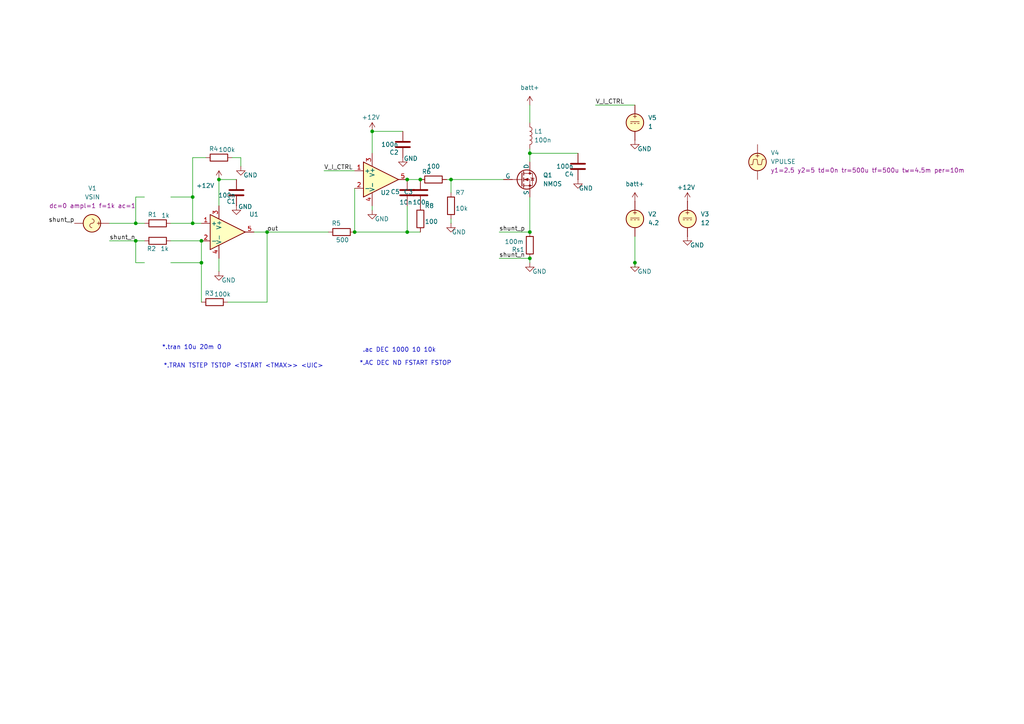
<source format=kicad_sch>
(kicad_sch (version 20250114) (generator "eeschema") (generator_version "9.0")
  (paper "A4")
  (lib_symbols
    (symbol "Device:C" (pin_numbers (hide yes)) (pin_names (offset 0.254))
      (property "Reference" "C" (at 0.635 2.54 0))
      (property "Value" "C" (at 0.635 -2.54 0))
      (symbol "C_0_1"
        (polyline (pts (xy -2.032 0.762) (xy 2.032 0.762)) (stroke (width 0.508)))
        (polyline (pts (xy -2.032 -0.762) (xy 2.032 -0.762)) (stroke (width 0.508)))
      )
      (symbol "C_1_1"
        (pin passive line (at 0 3.81 270) (length 2.794) (name "~") (number "1"))
        (pin passive line (at 0 -3.81 90) (length 2.794) (name "~") (number "2"))
      )
    )
    (symbol "Device:L" (pin_numbers (hide yes)) (pin_names (offset 1.016) (hide yes))
      (property "Reference" "L" (at -1.27 0 90))
      (property "Value" "L" (at 1.905 0 90))
      (symbol "L_0_1"
        (arc (start 0 2.54) (mid 0.6323 1.905) (end 0 1.27))
        (arc (start 0 1.27) (mid 0.6323 0.635) (end 0 0))
        (arc (start 0 0) (mid 0.6323 -0.635) (end 0 -1.27))
        (arc (start 0 -1.27) (mid 0.6323 -1.905) (end 0 -2.54))
      )
      (symbol "L_1_1"
        (pin passive line (at 0 3.81 270) (length 1.27) (name "1") (number "1"))
        (pin passive line (at 0 -3.81 90) (length 1.27) (name "2") (number "2"))
      )
    )
    (symbol "Device:R" (pin_numbers (hide yes)) (pin_names (offset 0))
      (property "Reference" "R" (at 2.032 0 90))
      (property "Value" "R" (at 0 0 90))
      (symbol "R_0_1"
        (rectangle (start -1.016 -2.54) (end 1.016 2.54) (stroke (width 0.254)))
      )
      (symbol "R_1_1"
        (pin passive line (at 0 3.81 270) (length 1.27) (name "~") (number "1"))
        (pin passive line (at 0 -3.81 90) (length 1.27) (name "~") (number "2"))
      )
    )
    (symbol "Simulation_SPICE:NMOS" (pin_numbers (hide yes)) (pin_names (offset 0))
      (property "Reference" "Q" (at 5.08 1.27 0))
      (property "Value" "NMOS" (at 5.08 -1.27 0))
      (symbol "NMOS_0_1"
        (polyline (pts (xy 0.254 1.905) (xy 0.254 -1.905)) (stroke (width 0.254)))
        (polyline (pts (xy 0.254 0) (xy -2.54 0)))
        (polyline (pts (xy 0.762 2.286) (xy 0.762 1.27)) (stroke (width 0.254)))
        (polyline (pts (xy 0.762 0.508) (xy 0.762 -0.508)) (stroke (width 0.254)))
        (polyline (pts (xy 0.762 -1.27) (xy 0.762 -2.286)) (stroke (width 0.254)))
        (polyline (pts (xy 0.762 -1.778) (xy 3.302 -1.778) (xy 3.302 1.778) (xy 0.762 1.778)))
        (polyline (pts (xy 1.016 0) (xy 2.032 0.381) (xy 2.032 -0.381) (xy 1.016 0)) (fill (type outline)))
        (circle (center 1.651 0) (radius 2.794) (stroke (width 0.254)))
        (polyline (pts (xy 2.54 2.54) (xy 2.54 1.778)))
        (circle (center 2.54 1.778) (radius 0.254) (fill (type outline)))
        (circle (center 2.54 -1.778) (radius 0.254) (fill (type outline)))
        (polyline (pts (xy 2.54 -2.54) (xy 2.54 0) (xy 0.762 0)))
        (polyline (pts (xy 2.794 0.508) (xy 2.921 0.381) (xy 3.683 0.381) (xy 3.81 0.254)))
        (polyline (pts (xy 3.302 0.381) (xy 2.921 -0.254) (xy 3.683 -0.254) (xy 3.302 0.381)))
      )
      (symbol "NMOS_1_1"
        (pin input line (at -5.08 0 0) (length 2.54) (name "G") (number "2"))
        (pin passive line (at 2.54 5.08 270) (length 2.54) (name "D") (number "1"))
        (pin passive line (at 2.54 -5.08 90) (length 2.54) (name "S") (number "3"))
      )
    )
    (symbol "Simulation_SPICE:OPAMP" (pin_names (offset 0.254))
      (property "Reference" "U" (at 3.81 3.175 0))
      (property "Value" "${SIM.PARAMS}" (at 3.81 -3.175 0))
      (symbol "OPAMP_0_1"
        (polyline (pts (xy 5.08 0) (xy -5.08 5.08) (xy -5.08 -5.08) (xy 5.08 0)) (stroke (width 0.254)) (fill (type background)))
      )
      (symbol "OPAMP_1_1"
        (pin input line (at -7.62 2.54 0) (length 2.54) (name "+") (number "1"))
        (pin input line (at -7.62 -2.54 0) (length 2.54) (name "-") (number "2"))
        (pin power_in line (at -2.54 7.62 270) (length 3.81) (name "V+") (number "3"))
        (pin power_in line (at -2.54 -7.62 90) (length 3.81) (name "V-") (number "4"))
        (pin output line (at 7.62 0 180) (length 2.54) (name "~") (number "5"))
      )
    )
    (symbol "Simulation_SPICE:VDC" (pin_numbers (hide yes)) (pin_names (offset 0.0254))
      (property "Reference" "V" (at 2.54 2.54 0))
      (property "Value" "1" (at 2.54 0 0))
      (symbol "VDC_0_0"
        (polyline (pts (xy -1.27 0.254) (xy 1.27 0.254)))
        (polyline (pts (xy -0.762 -0.254) (xy -1.27 -0.254)))
        (polyline (pts (xy 0.254 -0.254) (xy -0.254 -0.254)))
        (polyline (pts (xy 1.27 -0.254) (xy 0.762 -0.254)))
        (text "+" (at 0 1.905 0) (effects (font (size 1.27 1.27))))
      )
      (symbol "VDC_0_1"
        (circle (center 0 0) (radius 2.54) (stroke (width 0.254)) (fill (type background)))
      )
      (symbol "VDC_1_1"
        (pin passive line (at 0 5.08 270) (length 2.54) (name "~") (number "1"))
        (pin passive line (at 0 -5.08 90) (length 2.54) (name "~") (number "2"))
      )
    )
    (symbol "Simulation_SPICE:VPULSE" (pin_numbers (hide yes)) (pin_names (offset 0.0254))
      (property "Reference" "V" (at 2.54 2.54 0))
      (property "Value" "VPULSE" (at 2.54 0 0))
      (property "Sim.Params" "y1=0 y2=1 td=2n tr=2n tf=2n tw=50n per=100n" (at 2.54 -2.54 0))
      (symbol "VPULSE_0_0"
        (polyline (pts (xy -2.032 -0.762) (xy -1.397 -0.762) (xy -1.143 0.762) (xy -0.127 0.762) (xy 0.127 -0.762) (xy 1.143 -0.762) (xy 1.397 0.762) (xy 2.032 0.762)))
        (text "+" (at 0 1.905 0) (effects (font (size 1.27 1.27))))
      )
      (symbol "VPULSE_0_1"
        (circle (center 0 0) (radius 2.54) (stroke (width 0.254)) (fill (type background)))
      )
      (symbol "VPULSE_1_1"
        (pin passive line (at 0 5.08 270) (length 2.54) (name "~") (number "1"))
        (pin passive line (at 0 -5.08 90) (length 2.54) (name "~") (number "2"))
      )
    )
    (symbol "Simulation_SPICE:VSIN" (pin_numbers (hide yes)) (pin_names (offset 0.0254))
      (property "Reference" "V" (at 2.54 2.54 0))
      (property "Value" "VSIN" (at 2.54 0 0))
      (property "Sim.Params" "dc=0 ampl=1 f=1k ac=1" (at 2.54 -2.54 0))
      (symbol "VSIN_0_0"
        (arc (start -1.27 0) (mid -0.635 0.6323) (end 0 0))
        (arc (start 1.27 0) (mid 0.635 -0.6323) (end 0 0))
        (text "+" (at 0 1.905 0) (effects (font (size 1.27 1.27))))
      )
      (symbol "VSIN_0_1"
        (circle (center 0 0) (radius 2.54) (stroke (width 0.254)) (fill (type background)))
      )
      (symbol "VSIN_1_1"
        (pin passive line (at 0 5.08 270) (length 2.54) (name "~") (number "1"))
        (pin passive line (at 0 -5.08 90) (length 2.54) (name "~") (number "2"))
      )
    )
    (symbol "power:GND" (power) (pin_numbers (hide yes)) (pin_names (offset 0) (hide yes))
      (property "Value" "GND" (at 0 -3.81 0))
      (symbol "GND_0_1"
        (polyline (pts (xy 0 0) (xy 0 -1.27) (xy 1.27 -1.27) (xy 0 -2.54) (xy -1.27 -1.27) (xy 0 -1.27)))
      )
      (symbol "GND_1_1"
        (pin power_in line (at 0 0 270) (length 0) (name "~") (number "1"))
      )
    )
    (symbol "power:VBUS" (power) (pin_numbers (hide yes)) (pin_names (offset 0) (hide yes))
      (property "Value" "VBUS" (at 0 3.556 0))
      (symbol "VBUS_0_1"
        (polyline (pts (xy -0.762 1.27) (xy 0 2.54)))
        (polyline (pts (xy 0 2.54) (xy 0.762 1.27)))
        (polyline (pts (xy 0 0) (xy 0 2.54)))
      )
      (symbol "VBUS_1_1"
        (pin power_in line (at 0 0 90) (length 0) (name "~") (number "1"))
      )
    )
  )
  (text "*.tran 10u 20m 0" (at 55.626 100.838 0) (effects (font (size 1.27 1.27))))
  (text "*.AC DEC ND FSTART FSTOP" (at 117.602 105.41 0) (effects (font (size 1.27 1.27))))
  (text ".ac DEC 1000 10 10k" (at 115.824 101.6 0) (effects (font (size 1.27 1.27))))
  (text "*.TRAN TSTEP TSTOP <TSTART <TMAX>> <UIC>" (at 70.612 106.172 0) (effects (font (size 1.27 1.27))))
  (junction (at 130.81 52.07))
  (junction (at 102.87 67.31))
  (junction (at 153.67 67.31))
  (junction (at 58.42 69.85))
  (junction (at 118.11 67.31))
  (junction (at 63.5 52.07))
  (junction (at 55.88 64.77))
  (junction (at 153.67 74.93))
  (junction (at 107.95 38.1))
  (junction (at 55.88 57.15))
  (junction (at 118.11 52.07))
  (junction (at 77.47 67.31))
  (junction (at 184.15 76.2))
  (junction (at 153.67 44.45))
  (junction (at 58.42 76.2))
  (junction (at 39.37 69.85))
  (junction (at 121.92 52.07))
  (junction (at 39.37 64.77))
  (wire (pts (xy 153.67 57.15) (xy 153.67 67.31)))
  (wire (pts (xy 39.37 64.77) (xy 41.91 64.77)))
  (wire (pts (xy 144.78 74.93) (xy 153.67 74.93)))
  (wire (pts (xy 184.15 76.2) (xy 184.15 77.47)))
  (wire (pts (xy 130.81 64.77) (xy 130.81 63.5)))
  (wire (pts (xy 153.67 74.93) (xy 153.67 76.2)))
  (wire (pts (xy 39.37 69.85) (xy 41.91 69.85)))
  (wire (pts (xy 63.5 52.07) (xy 68.58 52.07)))
  (wire (pts (xy 55.88 45.72) (xy 59.69 45.72)))
  (wire (pts (xy 55.88 64.77) (xy 58.42 64.77)))
  (wire (pts (xy 49.53 69.85) (xy 58.42 69.85)))
  (wire (pts (xy 69.85 48.26) (xy 69.85 45.72)))
  (wire (pts (xy 107.95 38.1) (xy 116.84 38.1)))
  (wire (pts (xy 58.42 76.2) (xy 58.42 87.63)))
  (wire (pts (xy 31.75 69.85) (xy 39.37 69.85)))
  (wire (pts (xy 130.81 52.07) (xy 146.05 52.07)))
  (wire (pts (xy 118.11 59.69) (xy 118.11 67.31)))
  (wire (pts (xy 31.75 64.77) (xy 39.37 64.77)))
  (wire (pts (xy 102.87 67.31) (xy 118.11 67.31)))
  (wire (pts (xy 118.11 52.07) (xy 121.92 52.07)))
  (wire (pts (xy 77.47 67.31) (xy 95.25 67.31)))
  (wire (pts (xy 77.47 87.63) (xy 77.47 67.31)))
  (wire (pts (xy 55.88 57.15) (xy 55.88 64.77)))
  (wire (pts (xy 58.42 69.85) (xy 58.42 76.2)))
  (wire (pts (xy 66.04 87.63) (xy 77.47 87.63)))
  (wire (pts (xy 69.85 45.72) (xy 67.31 45.72)))
  (wire (pts (xy 129.54 52.07) (xy 130.81 52.07)))
  (wire (pts (xy 184.15 68.58) (xy 184.15 76.2)))
  (wire (pts (xy 153.67 43.18) (xy 153.67 44.45)))
  (wire (pts (xy 41.91 57.15) (xy 39.37 57.15)))
  (wire (pts (xy 153.67 44.45) (xy 167.64 44.45)))
  (wire (pts (xy 55.88 45.72) (xy 55.88 57.15)))
  (wire (pts (xy 107.95 59.69) (xy 107.95 60.96)))
  (wire (pts (xy 49.53 57.15) (xy 55.88 57.15)))
  (wire (pts (xy 49.53 64.77) (xy 55.88 64.77)))
  (wire (pts (xy 144.78 67.31) (xy 153.67 67.31)))
  (wire (pts (xy 130.81 55.88) (xy 130.81 52.07)))
  (wire (pts (xy 49.53 76.2) (xy 58.42 76.2)))
  (wire (pts (xy 39.37 76.2) (xy 39.37 69.85)))
  (wire (pts (xy 172.72 30.48) (xy 184.15 30.48)))
  (wire (pts (xy 63.5 52.07) (xy 63.5 59.69)))
  (wire (pts (xy 102.87 67.31) (xy 102.87 54.61)))
  (wire (pts (xy 39.37 57.15) (xy 39.37 64.77)))
  (wire (pts (xy 93.98 49.53) (xy 102.87 49.53)))
  (wire (pts (xy 153.67 44.45) (xy 153.67 46.99)))
  (wire (pts (xy 107.95 38.1) (xy 107.95 44.45)))
  (wire (pts (xy 73.66 67.31) (xy 77.47 67.31)))
  (wire (pts (xy 41.91 76.2) (xy 39.37 76.2)))
  (wire (pts (xy 63.5 74.93) (xy 63.5 78.74)))
  (wire (pts (xy 153.67 30.48) (xy 153.67 35.56)))
  (wire (pts (xy 118.11 67.31) (xy 121.92 67.31)))
  (label "shunt_n" (at 31.75 69.85 0))
  (label "shunt_n" (at 144.78 74.93 0))
  (label "out" (at 77.47 67.31 0))
  (label "shunt_p" (at 144.78 67.31 0))
  (label "V_I_CTRL" (at 172.72 30.48 0))
  (label "V_I_CTRL" (at 93.98 49.53 0))
  (label "shunt_p" (at 21.59 64.77 180))
  (symbol (lib_id "Simulation_SPICE:VSIN") (at 26.67 64.77 270) (unit 1)
    (property "Reference" "V1" (at 26.7998 54.61 90))
    (property "Value" "VSIN" (at 26.7998 57.15 90))
    (property "Datasheet" "https://ngspice.sourceforge.io/docs/ngspice-html-manual/manual.xhtml#sec_Independent_Sources_for" (effects (hide yes)))
    (property "Description" "Voltage source, sinusoidal" (effects (hide yes)))
    (property "Sim.Pins" "1=+ 2=-" (effects (hide yes)))
    (property "Sim.Params" "dc=0 ampl=1 f=1k ac=1" (at 26.7998 59.69 90))
    (property "Sim.Type" "SIN" (effects (hide yes)))
    (property "Sim.Device" "V" (effects (hide yes)))
  )
  (symbol (lib_id "Simulation_SPICE:OPAMP") (at 110.49 52.07 0) (unit 1)
    (property "Reference" "U2" (at 111.76 55.88 0))
    (property "Value" "${SIM.PARAMS}" (at 118.11 48.8249 0))
    (property "Datasheet" "https://ngspice.sourceforge.io/docs/ngspice-html-manual/manual.xhtml#sec__SUBCKT_Subcircuits" (effects (hide yes)))
    (property "Description" "Operational amplifier, single" (effects (hide yes)))
    (property "Sim.Pins" "1=in+ 2=in- 3=vcc 4=vee 5=out" (effects (hide yes)))
    (property "Sim.Device" "SUBCKT" (effects (hide yes)))
    (property "Sim.Library" "${KICAD9_SYMBOL_DIR}/Simulation_SPICE.sp" (effects (hide yes)))
    (property "Sim.Name" "kicad_builtin_opamp" (effects (hide yes)))
  )
  (symbol (lib_id "power:VBUS") (at 199.39 58.42 0) (unit 1)
    (property "Reference" "#PWR013" (effects (hide yes)))
    (property "Value" "+12V" (at 196.342 54.356 0) (effects (justify left)))
    (property "Description" "Power symbol creates a global label with name \"VBUS\"" (effects (hide yes)))
  )
  (symbol (lib_id "Device:R") (at 125.73 52.07 90) (unit 1)
    (property "Reference" "R6" (at 123.698 49.784 90))
    (property "Value" "100" (at 125.73 48.26 90))
    (property "Description" "Resistor" (effects (hide yes)))
  )
  (symbol (lib_id "power:VBUS") (at 153.67 30.48 0) (unit 1)
    (property "Reference" "#PWR08" (effects (hide yes)))
    (property "Value" "batt+" (at 153.67 25.4 0))
    (property "Description" "Power symbol creates a global label with name \"VBUS\"" (effects (hide yes)))
  )
  (symbol (lib_id "Device:R") (at 45.72 69.85 270) (unit 1)
    (property "Reference" "R2" (at 43.942 72.136 90))
    (property "Value" "1k" (at 47.752 72.136 90))
    (property "Description" "Resistor" (effects (hide yes)))
  )
  (symbol (lib_id "Simulation_SPICE:VDC") (at 184.15 63.5 0) (unit 1)
    (property "Reference" "V2" (at 187.96 62.1001 0) (effects (justify left)))
    (property "Value" "4.2" (at 187.96 64.6401 0) (effects (justify left)))
    (property "Datasheet" "https://ngspice.sourceforge.io/docs/ngspice-html-manual/manual.xhtml#sec_Independent_Sources_for" (effects (hide yes)))
    (property "Description" "Voltage source, DC" (effects (hide yes)))
    (property "Sim.Pins" "1=+ 2=-" (effects (hide yes)))
    (property "Sim.Type" "DC" (effects (hide yes)))
    (property "Sim.Device" "V" (effects (hide yes)))
  )
  (symbol (lib_id "power:GND") (at 184.15 40.64 0) (unit 1)
    (property "Reference" "#PWR010" (effects (hide yes)))
    (property "Value" "GND" (at 186.944 43.18 0))
    (property "Description" "Power symbol creates a global label with name \"GND\" , ground" (effects (hide yes)))
  )
  (symbol (lib_id "power:GND") (at 63.5 78.74 0) (unit 1)
    (property "Reference" "#PWR02" (effects (hide yes)))
    (property "Value" "GND" (at 66.294 81.28 0))
    (property "Description" "Power symbol creates a global label with name \"GND\" , ground" (effects (hide yes)))
  )
  (symbol (lib_id "Simulation_SPICE:VDC") (at 199.39 63.5 0) (unit 1)
    (property "Reference" "V3" (at 203.2 62.1001 0) (effects (justify left)))
    (property "Value" "12" (at 203.2 64.6401 0) (effects (justify left)))
    (property "Datasheet" "https://ngspice.sourceforge.io/docs/ngspice-html-manual/manual.xhtml#sec_Independent_Sources_for" (effects (hide yes)))
    (property "Description" "Voltage source, DC" (effects (hide yes)))
    (property "Sim.Pins" "1=+ 2=-" (effects (hide yes)))
    (property "Sim.Type" "DC" (effects (hide yes)))
    (property "Sim.Device" "V" (effects (hide yes)))
  )
  (symbol (lib_id "Device:R") (at 130.81 59.69 180) (unit 1)
    (property "Reference" "R7" (at 132.08 55.88 0) (effects (justify right)))
    (property "Value" "10k" (at 132.08 60.452 0) (effects (justify right)))
    (property "Description" "Resistor" (effects (hide yes)))
  )
  (symbol (lib_id "Device:R") (at 121.92 63.5 180) (unit 1)
    (property "Reference" "R8" (at 123.19 59.69 0) (effects (justify right)))
    (property "Value" "100" (at 123.19 64.262 0) (effects (justify right)))
    (property "Description" "Resistor" (effects (hide yes)))
  )
  (symbol (lib_id "Device:C") (at 121.92 55.88 0) (unit 1)
    (property "Reference" "C3" (at 117.094 55.626 0) (effects (justify left)))
    (property "Value" "100n" (at 119.634 58.674 0) (effects (justify left)))
    (property "Description" "Unpolarized capacitor" (effects (hide yes)))
  )
  (symbol (lib_id "power:GND") (at 153.67 76.2 0) (unit 1)
    (property "Reference" "#PWR09" (effects (hide yes)))
    (property "Value" "GND" (at 156.464 78.74 0))
    (property "Description" "Power symbol creates a global label with name \"GND\" , ground" (effects (hide yes)))
  )
  (symbol (lib_id "power:GND") (at 68.58 59.69 0) (unit 1)
    (property "Reference" "#PWR03" (effects (hide yes)))
    (property "Value" "GND" (at 71.12 59.944 0))
    (property "Description" "Power symbol creates a global label with name \"GND\" , ground" (effects (hide yes)))
  )
  (symbol (lib_id "power:GND") (at 107.95 60.96 0) (unit 1)
    (property "Reference" "#PWR05" (effects (hide yes)))
    (property "Value" "GND" (at 110.744 63.5 0))
    (property "Description" "Power symbol creates a global label with name \"GND\" , ground" (effects (hide yes)))
  )
  (symbol (lib_id "Device:C") (at 68.58 55.88 180) (unit 1)
    (property "Reference" "C1" (at 67.056 58.42 0))
    (property "Value" "100n" (at 65.786 56.642 0))
    (property "Description" "Unpolarized capacitor" (effects (hide yes)))
  )
  (symbol (lib_id "Simulation_SPICE:NMOS") (at 151.13 52.07 0) (unit 1)
    (property "Reference" "Q1" (at 157.48 50.7999 0) (effects (justify left)))
    (property "Value" "NMOS" (at 157.48 53.3399 0) (effects (justify left)))
    (property "Datasheet" "https://ngspice.sourceforge.io/docs/ngspice-html-manual/manual.xhtml#cha_MOSFETs" (effects (hide yes)))
    (property "Description" "N-MOSFET transistor, drain/source/gate" (effects (hide yes)))
    (property "Sim.Device" "NMOS" (effects (hide yes)))
    (property "Sim.Type" "VDMOS" (effects (hide yes)))
    (property "Sim.Pins" "1=D 2=G 3=S" (effects (hide yes)))
  )
  (symbol (lib_id "power:GND") (at 116.84 45.72 0) (unit 1)
    (property "Reference" "#PWR06" (effects (hide yes)))
    (property "Value" "GND" (at 119.126 45.974 0))
    (property "Description" "Power symbol creates a global label with name \"GND\" , ground" (effects (hide yes)))
  )
  (symbol (lib_id "power:VBUS") (at 184.15 58.42 0) (unit 1)
    (property "Reference" "#PWR011" (effects (hide yes)))
    (property "Value" "batt+" (at 184.15 53.34 0))
    (property "Description" "Power symbol creates a global label with name \"VBUS\"" (effects (hide yes)))
  )
  (symbol (lib_id "power:VBUS") (at 63.5 52.07 0) (unit 1)
    (property "Reference" "#PWR01" (effects (hide yes)))
    (property "Value" "+12V" (at 56.896 53.848 0) (effects (justify left)))
    (property "Description" "Power symbol creates a global label with name \"VBUS\"" (effects (hide yes)))
  )
  (symbol (lib_id "power:GND") (at 167.64 52.07 0) (unit 1)
    (property "Reference" "#PWR016" (effects (hide yes)))
    (property "Value" "GND" (at 169.926 54.61 0))
    (property "Description" "Power symbol creates a global label with name \"GND\" , ground" (effects (hide yes)))
  )
  (symbol (lib_id "Device:R") (at 99.06 67.31 270) (unit 1)
    (property "Reference" "R5" (at 97.536 64.77 90))
    (property "Value" "500" (at 99.314 69.596 90))
    (property "Description" "Resistor" (effects (hide yes)))
  )
  (symbol (lib_id "Device:R") (at 45.72 64.77 270) (unit 1)
    (property "Reference" "R1" (at 44.196 62.23 90))
    (property "Value" "1k" (at 48.006 62.484 90))
    (property "Description" "Resistor" (effects (hide yes)))
  )
  (symbol (lib_id "power:GND") (at 69.85 48.26 0) (unit 1)
    (property "Reference" "#PWR015" (effects (hide yes)))
    (property "Value" "GND" (at 72.644 50.8 0))
    (property "Description" "Power symbol creates a global label with name \"GND\" , ground" (effects (hide yes)))
  )
  (symbol (lib_id "power:GND") (at 130.81 64.77 0) (unit 1)
    (property "Reference" "#PWR07" (effects (hide yes)))
    (property "Value" "GND" (at 133.096 67.31 0))
    (property "Description" "Power symbol creates a global label with name \"GND\" , ground" (effects (hide yes)))
  )
  (symbol (lib_id "Device:C") (at 167.64 48.26 180) (unit 1)
    (property "Reference" "C4" (at 165.1 50.546 0))
    (property "Value" "100n" (at 163.83 48.26 0))
    (property "Description" "Unpolarized capacitor" (effects (hide yes)))
  )
  (symbol (lib_id "Device:R") (at 62.23 87.63 270) (unit 1)
    (property "Reference" "R3" (at 60.706 85.09 90))
    (property "Value" "100k" (at 64.516 85.344 90))
    (property "Description" "Resistor" (effects (hide yes)))
  )
  (symbol (lib_id "power:GND") (at 184.15 76.2 0) (unit 1)
    (property "Reference" "#PWR012" (effects (hide yes)))
    (property "Value" "GND" (at 186.944 78.74 0))
    (property "Description" "Power symbol creates a global label with name \"GND\" , ground" (effects (hide yes)))
  )
  (symbol (lib_id "Simulation_SPICE:VPULSE") (at 219.71 46.99 0) (unit 1) (exclude_from_sim yes)
    (property "Reference" "V4" (at 223.52 44.3201 0) (effects (justify left)))
    (property "Value" "VPULSE" (at 223.52 46.8601 0) (effects (justify left)))
    (property "Datasheet" "https://ngspice.sourceforge.io/docs/ngspice-html-manual/manual.xhtml#sec_Independent_Sources_for" (effects (hide yes)))
    (property "Description" "Voltage source, pulse" (effects (hide yes)))
    (property "Sim.Pins" "1=+ 2=-" (effects (hide yes)))
    (property "Sim.Type" "PULSE" (effects (hide yes)))
    (property "Sim.Device" "V" (effects (hide yes)))
    (property "Sim.Params" "y1=2.5 y2=5 td=0n tr=500u tf=500u tw=4.5m per=10m" (at 223.52 49.4001 0) (effects (justify left)))
  )
  (symbol (lib_id "Device:C") (at 116.84 41.91 180) (unit 1)
    (property "Reference" "C2" (at 114.3 44.196 0))
    (property "Value" "100n" (at 113.03 41.91 0))
    (property "Description" "Unpolarized capacitor" (effects (hide yes)))
  )
  (symbol (lib_id "Simulation_SPICE:OPAMP") (at 66.04 67.31 0) (unit 1)
    (property "Reference" "U1" (at 73.66 62.1598 0))
    (property "Value" "${SIM.PARAMS}" (at 73.66 64.0649 0))
    (property "Datasheet" "https://ngspice.sourceforge.io/docs/ngspice-html-manual/manual.xhtml#sec__SUBCKT_Subcircuits" (effects (hide yes)))
    (property "Description" "Operational amplifier, single" (effects (hide yes)))
    (property "Sim.Pins" "1=in+ 2=in- 3=vcc 4=vee 5=out" (effects (hide yes)))
    (property "Sim.Device" "SUBCKT" (effects (hide yes)))
    (property "Sim.Library" "${KICAD9_SYMBOL_DIR}/Simulation_SPICE.sp" (effects (hide yes)))
    (property "Sim.Name" "kicad_builtin_opamp" (effects (hide yes)))
  )
  (symbol (lib_id "power:VBUS") (at 107.95 38.1 0) (unit 1)
    (property "Reference" "#PWR04" (effects (hide yes)))
    (property "Value" "+12V" (at 104.902 34.036 0) (effects (justify left)))
    (property "Description" "Power symbol creates a global label with name \"VBUS\"" (effects (hide yes)))
  )
  (symbol (lib_id "Simulation_SPICE:VDC") (at 184.15 35.56 0) (unit 1)
    (property "Reference" "V5" (at 187.96 34.1601 0) (effects (justify left)))
    (property "Value" "1" (at 187.96 36.7001 0) (effects (justify left)))
    (property "Datasheet" "https://ngspice.sourceforge.io/docs/ngspice-html-manual/manual.xhtml#sec_Independent_Sources_for" (effects (hide yes)))
    (property "Description" "Voltage source, DC" (effects (hide yes)))
    (property "Sim.Pins" "1=+ 2=-" (effects (hide yes)))
    (property "Sim.Type" "DC" (effects (hide yes)))
    (property "Sim.Device" "V" (effects (hide yes)))
  )
  (symbol (lib_id "Device:R") (at 63.5 45.72 270) (unit 1)
    (property "Reference" "R4" (at 61.976 43.18 90))
    (property "Value" "100k" (at 65.786 43.434 90))
    (property "Description" "Resistor" (effects (hide yes)))
  )
  (symbol (lib_id "Device:C") (at 118.11 55.88 0) (unit 1)
    (property "Reference" "C5" (at 113.284 55.626 0) (effects (justify left)))
    (property "Value" "10n" (at 115.824 58.674 0) (effects (justify left)))
    (property "Description" "Unpolarized capacitor" (effects (hide yes)))
  )
  (symbol (lib_id "power:GND") (at 199.39 68.58 0) (unit 1)
    (property "Reference" "#PWR014" (effects (hide yes)))
    (property "Value" "GND" (at 202.184 71.12 0))
    (property "Description" "Power symbol creates a global label with name \"GND\" , ground" (effects (hide yes)))
  )
  (symbol (lib_id "Device:R") (at 153.67 71.12 0) (unit 1)
    (property "Reference" "Rs1" (at 152.146 72.39 0) (effects (justify right)))
    (property "Value" "100m" (at 151.892 70.104 0) (effects (justify right)))
    (property "Description" "Resistor" (effects (hide yes)))
  )
  (symbol (lib_id "Device:L") (at 153.67 39.37 0) (unit 1)
    (property "Reference" "L1" (at 154.94 38.0999 0) (effects (justify left)))
    (property "Value" "100n" (at 154.94 40.6399 0) (effects (justify left)))
    (property "Description" "Inductor" (effects (hide yes)))
  )
)
</source>
